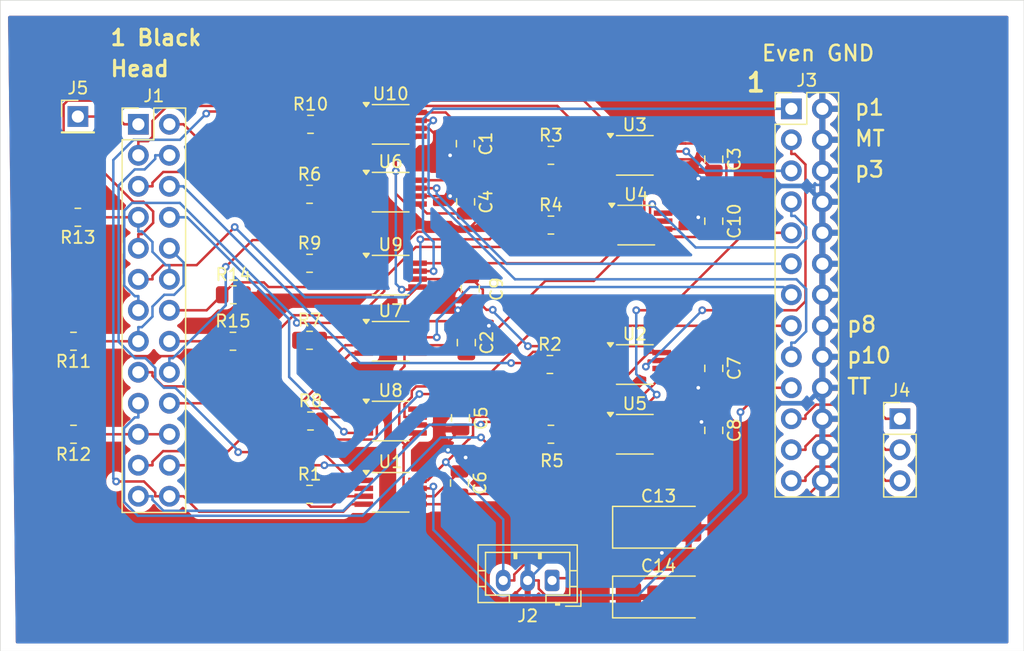
<source format=kicad_pcb>
(kicad_pcb (version 20221018) (generator pcbnew)

  (general
    (thickness 1.6)
  )

  (paper "A4")
  (layers
    (0 "F.Cu" signal)
    (31 "B.Cu" signal)
    (32 "B.Adhes" user "B.Adhesive")
    (33 "F.Adhes" user "F.Adhesive")
    (34 "B.Paste" user)
    (35 "F.Paste" user)
    (36 "B.SilkS" user "B.Silkscreen")
    (37 "F.SilkS" user "F.Silkscreen")
    (38 "B.Mask" user)
    (39 "F.Mask" user)
    (40 "Dwgs.User" user "User.Drawings")
    (41 "Cmts.User" user "User.Comments")
    (42 "Eco1.User" user "User.Eco1")
    (43 "Eco2.User" user "User.Eco2")
    (44 "Edge.Cuts" user)
    (45 "Margin" user)
    (46 "B.CrtYd" user "B.Courtyard")
    (47 "F.CrtYd" user "F.Courtyard")
    (48 "B.Fab" user)
    (49 "F.Fab" user)
    (50 "User.1" user)
    (51 "User.2" user)
    (52 "User.3" user)
    (53 "User.4" user)
    (54 "User.5" user)
    (55 "User.6" user)
    (56 "User.7" user)
    (57 "User.8" user)
    (58 "User.9" user)
  )

  (setup
    (stackup
      (layer "F.SilkS" (type "Top Silk Screen"))
      (layer "F.Paste" (type "Top Solder Paste"))
      (layer "F.Mask" (type "Top Solder Mask") (thickness 0.01))
      (layer "F.Cu" (type "copper") (thickness 0.035))
      (layer "dielectric 1" (type "core") (thickness 1.51) (material "FR4") (epsilon_r 4.5) (loss_tangent 0.02))
      (layer "B.Cu" (type "copper") (thickness 0.035))
      (layer "B.Mask" (type "Bottom Solder Mask") (thickness 0.01))
      (layer "B.Paste" (type "Bottom Solder Paste"))
      (layer "B.SilkS" (type "Bottom Silk Screen"))
      (copper_finish "None")
      (dielectric_constraints no)
    )
    (pad_to_mask_clearance 0)
    (pcbplotparams
      (layerselection 0x00010fc_ffffffff)
      (plot_on_all_layers_selection 0x0000000_00000000)
      (disableapertmacros false)
      (usegerberextensions false)
      (usegerberattributes true)
      (usegerberadvancedattributes true)
      (creategerberjobfile true)
      (dashed_line_dash_ratio 12.000000)
      (dashed_line_gap_ratio 3.000000)
      (svgprecision 4)
      (plotframeref false)
      (viasonmask false)
      (mode 1)
      (useauxorigin false)
      (hpglpennumber 1)
      (hpglpenspeed 20)
      (hpglpendiameter 15.000000)
      (dxfpolygonmode true)
      (dxfimperialunits true)
      (dxfusepcbnewfont true)
      (psnegative false)
      (psa4output false)
      (plotreference true)
      (plotvalue true)
      (plotinvisibletext false)
      (sketchpadsonfab false)
      (subtractmaskfromsilk false)
      (outputformat 1)
      (mirror false)
      (drillshape 1)
      (scaleselection 1)
      (outputdirectory "")
    )
  )

  (net 0 "")
  (net 1 "+12V")
  (net 2 "GND")
  (net 3 "-12V")
  (net 4 "/h1")
  (net 5 "/h2")
  (net 6 "/h3")
  (net 7 "/h4")
  (net 8 "/h5")
  (net 9 "/h6")
  (net 10 "Net-(J1-Pin_12)")
  (net 11 "/h8")
  (net 12 "/h9")
  (net 13 "Net-(J1-Pin_10)")
  (net 14 "/h11")
  (net 15 "/h13")
  (net 16 "/h14")
  (net 17 "/h16")
  (net 18 "/h17")
  (net 19 "/h18")
  (net 20 "/h19")
  (net 21 "/h20")
  (net 22 "Net-(J1-Pin_21)")
  (net 23 "/h23")
  (net 24 "/h24")
  (net 25 "/h25")
  (net 26 "/h26")
  (net 27 "/o_1")
  (net 28 "/o_MT")
  (net 29 "/o_3")
  (net 30 "/o_4")
  (net 31 "/o_5")
  (net 32 "/o_6")
  (net 33 "/o_7")
  (net 34 "/o_8")
  (net 35 "/o_10")
  (net 36 "Net-(J3-Pin_21)")
  (net 37 "Net-(J3-Pin_23)")
  (net 38 "Net-(J3-Pin_25)")
  (net 39 "Net-(R1-Pad1)")
  (net 40 "Net-(R1-Pad2)")
  (net 41 "Net-(R2-Pad1)")
  (net 42 "Net-(R2-Pad2)")
  (net 43 "Net-(R3-Pad1)")
  (net 44 "Net-(R3-Pad2)")
  (net 45 "Net-(R4-Pad1)")
  (net 46 "Net-(R4-Pad2)")
  (net 47 "Net-(R5-Pad1)")
  (net 48 "Net-(R5-Pad2)")
  (net 49 "Net-(R6-Pad1)")
  (net 50 "Net-(R6-Pad2)")
  (net 51 "Net-(R7-Pad1)")
  (net 52 "Net-(R7-Pad2)")
  (net 53 "Net-(R8-Pad1)")
  (net 54 "Net-(R8-Pad2)")
  (net 55 "Net-(R9-Pad1)")
  (net 56 "Net-(R9-Pad2)")
  (net 57 "Net-(R10-Pad1)")
  (net 58 "Net-(R10-Pad2)")
  (net 59 "/o_TT")

  (footprint "Capacitor_SMD:C_0805_2012Metric" (layer "F.Cu") (at 121.92 76.52 -90))

  (footprint "Resistor_SMD:R_0805_2012Metric" (layer "F.Cu") (at 88.9 97.975))

  (footprint "Capacitor_Tantalum_SMD:CP_EIA-6032-28_Kemet-C" (layer "F.Cu") (at 117.3975 112.395))

  (footprint "Library:VSSOP-8_3.0x3.0mm_P0.65mm-0.08space" (layer "F.Cu") (at 115.57 81.92))

  (footprint "Connector_PinHeader_2.54mm:PinHeader_1x01_P2.54mm_Vertical" (layer "F.Cu") (at 69.85 73.025))

  (footprint "Capacitor_Tantalum_SMD:CP_EIA-6032-28_Kemet-C" (layer "F.Cu") (at 117.3975 106.68))

  (footprint "Connector_PinHeader_2.54mm:PinHeader_1x03_P2.54mm_Vertical" (layer "F.Cu") (at 137.16 97.79))

  (footprint "Connector_PinHeader_2.54mm:PinHeader_2x13_P2.54mm_Vertical" (layer "F.Cu") (at 128.27 72.39))

  (footprint "Library:VSSOP-8_3.0x3.0mm_P0.65mm-0.08space" (layer "F.Cu") (at 95.4625 97.975))

  (footprint "Library:VSSOP-8_3.0x3.0mm_P0.65mm-0.08space" (layer "F.Cu") (at 115.455 99.06))

  (footprint "Connector_PinHeader_2.54mm:PinHeader_2x13_P2.54mm_Vertical" (layer "F.Cu") (at 74.803 73.66))

  (footprint "Resistor_SMD:R_0805_2012Metric" (layer "F.Cu") (at 88.8225 91.36))

  (footprint "Library:VSSOP-8_3.0x3.0mm_P0.65mm-0.08space" (layer "F.Cu") (at 95.4625 79.22))

  (footprint "Library:VSSOP-8_3.0x3.0mm_P0.65mm-0.08space" (layer "F.Cu") (at 95.4625 91.44))

  (footprint "Capacitor_SMD:C_0805_2012Metric" (layer "F.Cu") (at 101.58 75.25 -90))

  (footprint "Capacitor_SMD:C_0805_2012Metric" (layer "F.Cu") (at 101.18 97.715 -90))

  (footprint "Resistor_SMD:R_0805_2012Metric" (layer "F.Cu") (at 69.4925 99.06 180))

  (footprint "Resistor_SMD:R_0805_2012Metric" (layer "F.Cu") (at 108.5025 93.345))

  (footprint "Capacitor_SMD:C_0805_2012Metric" (layer "F.Cu") (at 121.92 93.66 -90))

  (footprint "Resistor_SMD:R_0805_2012Metric" (layer "F.Cu") (at 88.8225 85.05))

  (footprint "Connector_JST:JST_PH_B3B-PH-K_1x03_P2.00mm_Vertical" (layer "F.Cu") (at 108.68 111.04 180))

  (footprint "Resistor_SMD:R_0805_2012Metric" (layer "F.Cu") (at 108.585 76.205))

  (footprint "Resistor_SMD:R_0805_2012Metric" (layer "F.Cu") (at 88.8225 103.985))

  (footprint "Resistor_SMD:R_0805_2012Metric" (layer "F.Cu") (at 82.5775 87.63))

  (footprint "Resistor_SMD:R_0805_2012Metric" (layer "F.Cu") (at 69.4925 91.44 180))

  (footprint "Library:VSSOP-8_3.0x3.0mm_P0.65mm-0.08space" (layer "F.Cu") (at 95.4625 86.02))

  (footprint "Resistor_SMD:R_0805_2012Metric" (layer "F.Cu") (at 88.8225 79.4))

  (footprint "Library:VSSOP-8_3.0x3.0mm_P0.65mm-0.08space" (layer "F.Cu") (at 115.455 76.205))

  (footprint "Capacitor_SMD:C_0805_2012Metric" (layer "F.Cu") (at 121.92 81.6 -90))

  (footprint "Capacitor_SMD:C_0805_2012Metric" (layer "F.Cu") (at 121.92 98.74 -90))

  (footprint "Library:VSSOP-8_3.0x3.0mm_P0.65mm-0.08space" (layer "F.Cu") (at 95.4625 103.815))

  (footprint "Library:VSSOP-8_3.0x3.0mm_P0.65mm-0.08space" (layer "F.Cu") (at 115.455 93.345))

  (footprint "Resistor_SMD:R_0805_2012Metric" (layer "F.Cu") (at 108.585 99.06))

  (footprint "Capacitor_SMD:C_0805_2012Metric" (layer "F.Cu") (at 101.98 87.13 -90))

  (footprint "Library:VSSOP-8_3.0x3.0mm_P0.65mm-0.08space" (layer "F.Cu") (at 95.4625 73.665))

  (footprint "Resistor_SMD:R_0805_2012Metric" (layer "F.Cu") (at 82.55 91.44))

  (footprint "Resistor_SMD:R_0805_2012Metric" (layer "F.Cu") (at 69.85 81.28 180))

  (footprint "Capacitor_SMD:C_0805_2012Metric" (layer "F.Cu") (at 101.6 80.015 -90))

  (footprint "Resistor_SMD:R_0805_2012Metric" (layer "F.Cu") (at 88.9 73.665))

  (footprint "Capacitor_SMD:C_0805_2012Metric" (layer "F.Cu") (at 101.66 91.55 -90))

  (footprint "Capacitor_SMD:C_0805_2012Metric" (layer "F.Cu") (at 101.1 103.055 -90))

  (footprint "Resistor_SMD:R_0805_2012Metric" (layer "F.Cu") (at 108.585 81.92))

  (gr_line (start 63.5 116.84) (end 63.5 63.5)
    (stroke (width 0.05) (type default)) (layer "Edge.Cuts") (tstamp 328742af-4849-45d5-8987-b9342c77beab))
  (gr_line (start 147.32 116.84) (end 63.5 116.84)
    (stroke (width 0.05) (type default)) (layer "Edge.Cuts") (tstamp 85608308-14c5-4fb6-b46c-b7693753a77f))
  (gr_line (start 147.32 63.5) (end 147.32 116.84)
    (stroke (width 0.05) (type default)) (layer "Edge.Cuts") (tstamp a1e05715-e509-44c5-8baf-ae4684850441))
  (gr_line (start 63.5 63.5) (end 147.32 63.5)
    (stroke (width 0.05) (type default)) (layer "Edge.Cuts") (tstamp e6bde189-88dc-40d1-b73e-4361be871984))
  (gr_text "p8" (at 132.715 90.805) (layer "F.SilkS") (tstamp 004d8879-e0e7-46eb-80c9-9903fa9f860c)
    (effects (font (size 1.27 1.27) (thickness 0.2032)) (justify left bottom))
  )
  (gr_text "MT" (at 133.35 75.565) (layer "F.SilkS") (tstamp 0a7ffa99-b204-4150-b6a2-630c2d20337c)
    (effects (font (size 1.27 1.27) (thickness 0.2032)) (justify left bottom))
  )
  (gr_text "p3" (at 133.35 78.105) (layer "F.SilkS") (tstamp 370612c0-1f79-4bfd-995d-bcaca20824cc)
    (effects (font (size 1.27 1.27) (thickness 0.2032)) (justify left bottom))
  )
  (gr_text "p1" (at 133.35 73.025) (layer "F.SilkS") (tstamp 480be82f-cae9-4167-82f5-0dd726cea124)
    (effects (font (size 1.27 1.27) (thickness 0.2032)) (justify left bottom))
  )
  (gr_text "1" (at 124.46 71.12) (layer "F.SilkS") (tstamp 4a8342da-f893-4eb4-ac76-c5c0be1f97cc)
    (effects (font (size 1.5 1.5) (thickness 0.3) bold) (justify left bottom))
  )
  (gr_text "p10" (at 132.715 93.345) (layer "F.SilkS") (tstamp 6298b4b7-a2c6-408c-b234-f6879521ec10)
    (effects (font (size 1.27 1.27) (thickness 0.2032)) (justify left bottom))
  )
  (gr_text "1 Black" (at 72.39 67.31) (layer "F.SilkS") (tstamp 6ac75fc2-b5c9-433a-9810-f75f51f1075e)
    (effects (font (size 1.27 1.27) (thickness 0.254) bold) (justify left bottom))
  )
  (gr_text "TT" (at 132.715 95.885) (layer "F.SilkS") (tstamp 6ba1fc2b-8588-411d-a4ca-b064deebcc2b)
    (effects (font (size 1.27 1.27) (thickness 0.2032)) (justify left bottom))
  )
  (gr_text "Head" (at 72.39 69.85) (layer "F.SilkS") (tstamp b6346e93-2766-4b6c-93c3-96838b999c58)
    (effects (font (size 1.27 1.27) (thickness 0.254) bold) (justify left bottom))
  )
  (gr_text "Even GND" (at 125.73 68.58) (layer "F.SilkS") (tstamp ed424e45-4b66-4296-9f40-6596ae55f801)
    (effects (font (size 1.27 1.27) (thickness 0.2032)) (justify left bottom))
  )

  (segment (start 119.6175 75.23) (end 117.655 75.23) (width 0.2032) (layer "F.Cu") (net 1) (tstamp 02e0479f-cccc-49bd-9156-7bb5f73b90d1))
  (segment (start 109.4508 106.68) (end 114.935 106.68) (width 0.2032) (layer "F.Cu") (net 1) (tstamp 07bd859a-020b-4ce2-88a2-4dbfa87cbe77))
  (segment (start 100.7658 100.596517) (end 100.018317 101.344) (width 0.2032) (layer "F.Cu") (net 1) (tstamp 131672b7-fe36-46eb-890c-4b2050b87cb5))
  (segment (start 111.4609 97.6256) (end 102.3792 97.6256) (width 0.2032) (layer "F.Cu") (net 1) (tstamp 1963b16a-0a7f-4dae-af6e-bc3e218cbffc))
  (segment (start 105.5867 110.5441) (end 109.4508 106.68) (width 0.2032) (layer "F.Cu") (net 1) (tstamp 1cceebc6-b386-4e98-89c0-60e8c71f9587))
  (segment (start 102.87 77.0062) (end 102.87 75.59) (width 0.2032) (layer "F.Cu") (net 1) (tstamp 203272f7-325e-4be5-bf88-8ecd2568e42c))
  (segment (start 98.3323 89.7952) (end 101.781 89.7952) (width 0.2032) (layer "F.Cu") (net 1) (tstamp 2127aa1d-47d5-40b9-9495-e9950ee0fbe7))
  (segment (start 101.98 86.18) (end 100.845 85.045) (width 0.2032) (layer "F.Cu") (net 1) (tstamp 2168fc37-798c-45e3-8083-aeea3f8d8a73))
  (segment (start 116.6352 75.228) (end 114.4696 77.3936) (width 0.2032) (layer "F.Cu") (net 1) (tstamp 294de52b-6559-46d0-b2f2-83f2411cc090))
  (segment (start 117.1207 92.37) (end 116.5918 91.8411) (width 0.2032) (layer "F.Cu") (net 1) (tstamp 2b70eaad-0a34-46c0-b58f-e164b0fff034))
  (segment (start 99.97 72.69) (end 97.6625 72.69) (width 0.2032) (layer "F.Cu") (net 1) (tstamp 2e27452c-f673-4189-a7f9-22bc7a7674a2))
  (segment (start 97.6625 90.465) (end 98.3323 89.7952) (width 0.2032) (layer "F.Cu") (net 1) (tstamp 33d31c5a-44e7-48fb-bf13-7a74a669863e))
  (segment (start 115.5708 93.3855) (end 115.5708 93.5157) (width 0.2032) (layer "F.Cu") (net 1) (tstamp 363e27b2-3f01-4535-aefd-c63f0b1b39cd))
  (segment (start 115.5708 93.5157) (end 111.4609 97.6256) (width 0.2032) (layer "F.Cu") (net 1) (tstamp 3b234a26-a712-4184-a4bd-94977de179aa))
  (segment (start 112.6381 85.045) (end 100.845 85.045) (width 0.2032) (layer "F.Cu") (net 1) (tstamp 3bb6d0f9-16dd-4105-ab17-024a825d6bff))
  (segment (start 122.95 93.7398) (end 122.95 95.0967) (width 0.2032) (layer "F.Cu") (net 1) (tstamp 3eb210c2-267f-4885-bc24-34c564124109))
  (segment (start 101.781 89.7952) (end 103.01 88.5667) (width 0.2032) (layer "F.Cu") (net 1) (tstamp 416b53aa-efc4-4c23-a51b-d1f40bbe7e52))
  (segment (start 103.1244 76.7518) (end 102.87 77.0062) (width 0.2032) (layer "F.Cu") (net 1) (tstamp 46a90308-9792-4c78-b2b8-72dfbb2906b4))
  (segment (start 117.1207 92.37) (end 116.5863 92.37) (width 0.2032) (layer "F.Cu") (net 1) (tstamp 497a1a29-737a-4f49-97c4-5da985b6c0e4))
  (segment (start 103.8226 88.8618) (end 103.3051 88.8618) (width 0.2032) (layer "F.Cu") (net 1) (tstamp 4b9926d5-4459-4082-a90b-649b2dfec032))
  (segment (start 101.8542 99.4698) (end 100.7658 100.5582) (width 0.2032) (layer "F.Cu") (net 1) (tstamp 4d718138-f68a-4cd5-a344-02cc1d160b18))
  (segment (start 114.4696 83.2135) (end 112.6381 85.045) (width 0.2032) (layer "F.Cu") (net 1) (tstamp 4e0eee8f-82ae-4625-a79f-a3621e4c2ccb))
  (segment (start 102.87 77.6715) (end 102.87 77.0062) (width 0.2032) (layer "F.Cu") (net 1) (tstamp 546e2804-7322-4db8-830c-5c9afa66695d))
  (segment (start 122.95 76.5998) (end 122.95 77.9567) (width 0.2032) (layer "F.Cu") (net 1) (tstamp 55f42d89-9cb6-42e4-a39a-333f95ab49d6))
  (segment (start 102.3792 97.6256) (end 102.21 97.7948) (width 0.2032) (layer "F.Cu") (net 1) (tstamp 58e9df23-a99c-48d2-8363-de57289ffa72))
  (segment (start 122.95 77.9567) (end 119.962 80.945) (width 0.2032) (layer "F.Cu") (net 1) (tstamp 5dd2a5fe-3416-4842-a17b-c2bace75a5da))
  (segment (start 102.87 75.59) (end 101.58 74.3) (width 0.2032) (layer "F.Cu") (net 1) (tstamp 601190ff-15ba-463d-912d-2499af7a0b82))
  (segment (start 116.5863 92.37) (end 115.5708 93.3855) (width 0.2032) (layer "F.Cu") (net 1) (tstamp 63f7c4c9-b739-48ae-ba8b-40a38adbe699))
  (segment (start 106.7182 76.7518) (end 103.1244 76.7518) (width 0.2032) (layer "F.Cu") (net 1) (tstamp 66344eaf-0673-49d5-b9c5-e9ace86cae53))
  (segment (start 102.21 97.7948) (end 102.21 99.151534) (width 0.2032) (layer "F.Cu") (net 1) (tstamp 6acabf7d-dd50-4660-9172-3c8ec424f8aa))
  (segment (start 116.5918 91.8411) (end 106.7027 91.8411) (width 0.2032) (layer "F.Cu") (net 1) (tstamp 6e326d17-0a97-4a61-8990-9e5a74e9a080))
  (segment (start 119.6155 75.228) (end 116.6352 75.228) (width 0.2032) (layer "F.Cu") (net 1) (tstamp 74888c2c-bd37-49c8-a19d-75220321bd01))
  (segment (start 100.845 85.045) (end 97.6625 85.045) (width 0.2032) (layer "F.Cu") (net 1) (tstamp 8201e46e-9c87-4f4c-9a78-33ba177be8c7))
  (segment (start 103.01 88.5667) (end 103.01 87.2098) (width 0.2032) (layer "F.Cu") (net 1) (tstamp 84d92a1b-1f42-4244-b4a1-f10463798999))
  (segment (start 119.962 98.085) (end 117.655 98.085) (width 0.2032) (layer "F.Cu") (net 1) (tstamp 880957fe-52f2-4605-821f-9da74edc54ff))
  (segment (start 117.655 92.37) (end 117.1207 92.37) (width 0.2032) (layer "F.Cu") (net 1) (tstamp 89cfe288-6bd2-4b5d-ba1a-da8bdb5cb0df))
  (segment (start 119.962 80.945) (end 117.77 80.945) (width 0.2032) (layer "F.Cu") (net 1) (tstamp 8a00da15-3386-4eb6-ae3b-4dc166720ed6))
  (segment (start 121.92 92.71) (end 121.58 92.37) (width 0.2032) (layer "F.Cu") (net 1) (tstamp 94648d8f-2e9c-4b36-a4d4-bc64009f4e75))
  (segment (start 101.18 96.765) (end 102.21 97.7948) (width 0.2032) (layer "F.Cu") (net 1) (tstamp 9ae75565-0253-4e5c-a9e5-bd206dc5a279))
  (segment (start 100.7658 100.5582) (end 100.7658 100.596517) (width 0.2032) (layer "F.Cu") (net 1) (tstamp a71890b2-c09c-41d4-acfb-95272db19767))
  (segment (start 122.95 95.0967) (end 119.962 98.085) (width 0.2032) (layer "F.Cu") (net 1) (tstamp a91a6e78-9af5-4dce-8c18-bb20c5e55083))
  (segment (start 114.4696 77.7268) (end 107.6932 77.7268) (width 0.2032) (layer "F.Cu") (net 1) (tstamp ad793b6a-c918-400d-b11f-4eca7a061938))
  (segment (start 121.58 92.37) (end 117.655 92.37) (width 0.2032) (layer "F.Cu") (net 1) (tstamp b14b8c7b-957e-48b0-a055-ba56b2b12a2e))
  (segment (start 119.6175 75.23) (end 119.6155 75.228) (width 0.2032) (layer "F.Cu") (net 1) (tstamp b306b812-9bd1-4df3-8f26-61982f0ba7df))
  (segment (start 114.4696 77.3936) (end 114.4696 77.7268) (width 0.2032) (layer "F.Cu") (net 1) (tstamp b36906de-856d-4809-baba-f1c59e983ad4))
  (segment (start 101.891734 99.4698) (end 101.8542 99.4698) (width 0.2032) (layer "F.Cu") (net 1) (tstamp b642933a-7df4-4d22-af03-53170c36d883))
  (segment (start 103.3051 88.8618) (end 103.01 88.5667) (width 0.2032) (layer "F.Cu") (net 1) (tstamp c1bbbb61-bf1b-44a3-87fc-f39677eebede))
  (segment (start 101.58 74.3) (end 99.97 72.69) (width 0.2032) (layer "F.Cu") (net 1) (tstamp c9725fb2-4796-4f32-9d26-16d64f8580e2))
  (segment (start 99.9802 101.344) (end 98.4849 102.84) (width 0.2032) (layer "F.Cu") (net 1) (tstamp ccbaefe8-c924-4319-a0ef-5d8080c35f22))
  (segment (start 104.68 111.04) (end 105.5867 111.04) (width 0.2032) (layer "F.Cu") (net 1) (tstamp d2806025-961c-4838-bdc7-878093d8ec67))
  (segment (start 107.6932 77.7268) (end 106.7182 76.7518) (width 0.2032) (layer "F.Cu") (net 1) (tstamp d5504517-c68c-441e-9365-8a1835f1c4ae))
  (segment (start 97.8975 96.765) (end 97.6625 97) (width 0.2032) (layer "F.Cu") (net 1) (tstamp d5df67f8-f41f-4a01-bd87-dc10949b5156))
  (segment (start 121.92 92.71) (end 122.95 93.7398) (width 0.2032) (layer "F.Cu") (net 1) (tstamp d7c7e587-3778-4ded-89f6-b235dcaac0f6))
  (segment (start 103.01 87.2098) (end 101.98 86.18) (width 0.2032) (layer "F.Cu") (net 1) (tstamp d82615ed-7c2b-4c82-846d-d7b212334137))
  (segment (start 98.4849 102.84) (end 97.6625 102.84) (width 0.2032) (layer "F.Cu") (net 1) (tstamp d9cfb729-9f66-4894-aa0e-6cac11421522))
  (segment (start 102.21 99.151534) (end 101.891734 99.4698) (width 0.2032) (layer "F.Cu") (net 1) (tstamp e50578f0-bd43-4057-9a8e-fab60c9fc03f))
  (segment (start 121.58 75.23) (end 119.6175 75.23) (width 0.2032) (layer "F.Cu") (net 1) (tstamp f38ff7fd-bd26-4a00-97d0-879eb05d7de6))
  (segment (start 114.4696 77.7268) (end 114.4696 83.2135) (width 0.2032) (layer "F.Cu") (net 1) (tstamp f53e79fb-09ff-417b-8e7b-20b7e99d84ae))
  (segment (start 105.5867 111.04) (end 105.5867 110.5441) (width 0.2032) (layer "F.Cu") (net 1) (tstamp f5febd5b-f477-4446-8bf3-fe63d8bb3d38))
  (segment (start 121.92 75.57) (end 121.58 75.23) (width 0.2032) (layer "F.Cu") (net 1) (tstamp f6f5044c-c71f-4e49-b968-2c88037726cf))
  (segment (start 102.297 78.245) (end 102.87 77.6715) (width 0.2032) (layer "F.Cu") (net 1) (tstamp f78514bb-6bff-4d10-a87a-0e6e75c9e5a7))
  (segment (start 97.6625 78.245) (end 102.297 78.245) (width 0.2032) (layer "F.Cu") (net 1) (tstamp f8cdd87e-00b9-46e1-b5de-acb76cb02198))
  (segment (start 101.18 96.765) (end 97.8975 96.765) (width 0.2032) (layer "F.Cu") (net 1) (tstamp f92d1d39-142c-4220-ad84-f894a73ffdf4))
  (segment (start 121.92 75.57) (end 122.95 76.5998) (width 0.2032) (layer "F.Cu") (net 1) (tstamp fa902441-ba60-425c-8191-ff53c24abdc3))
  (segment (start 100.018317 101.344) (end 99.9802 101.344) (width 0.2032) (layer "F.Cu") (net 1) (tstamp fefa012b-7327-4304-a90e-b4a55ee49b67))
  (via (at 99.9802 101.344) (size 0.635) (drill 0.3048) (layers "F.Cu" "B.Cu") (net 1) (tstamp 6593aa48-1567-49c6-9bf9-e4e8cccfc0dc))
  (via (at 106.7027 91.8411) (size 0.635) (drill 0.3048) (layers "F.Cu" "B.Cu") (net 1) (tstamp e325fe3a-c554-44a6-a54b-ad198d9211e5))
  (via (at 103.8226 88.8618) (size 0.635) (drill 0.3048) (layers "F.Cu" "B.Cu") (net 1) (tstamp fa4d9ca6-b57b-45ba-9be3-5b3455b89aab))
  (segment (start 103.8226 88.961) (end 106.7027 91.8411) (width 0.2032) (layer "B.Cu") (net 1) (tstamp 8b501716-c6d1-4293-960c-f1b5da8bd106))
  (segment (start 103.8226 88.8618) (end 103.8226 88.961) (width 0.2032) (layer "B.Cu") (net 1) (tstamp 9d7959d3-d1b0-413e-8d71-4348b8472b34))
  (segment (start 99.9802 101.344) (end 104.68 106.0438) (width 0.2032) (layer "B.Cu") (net 1) (tstamp b7fadbc0-fd90-47ef-b0cd-dbefdb44bb47))
  (segment (start 104.68 106.0438) (end 104.68 111.04) (width 0.2032) (layer "B.Cu") (net 1) (tstamp b9c0014f-c334-4657-b0fa-4e33f7449a86))
  (segment (start 98.5907 73.99) (end 97.6625 73.99) (width 0.2032) (layer "F.Cu") (net 2) (tstamp 00a61bfc-6a75-433e-b8e7-2db697911569))
  (segment (start 106.68 111.125) (end 106.68 111.04) (width 0.2032) (layer "F.Cu") (net 2) (tstamp 066887d2-1067-49c3-b93a-9be5f8314e43))
  (segment (start 100.33 75.7293) (end 98.5907 73.99) (width 0.2032) (layer "F.Cu") (net 2) (tstamp 079eda17-ae87-4221-b715-f841260250f8))
  (segment (start 101.66 90.6) (end 103.075 90.6) (width 0.2032) (layer "F.Cu") (net 2) (tstamp 07ca2f04-924b-4a38-9a0d-c57e1b3da4ee))
  (segment (start 100.33 76.205) (end 101.575 76.205) (width 0.2032) (layer "F.Cu") (net 2) (tstamp 0d6d8e36-26c1-40e1-a365-7a28e95b4290))
  (segment (start 121.285 81.285) (end 120.325 82.245) (width 0.2032) (layer "F.Cu") (net 2) (tstamp 0f00fd0e-3f05-4916-b8c5-88c3b2b732b6))
  (segment (start 101.46 90.4) (end 101.66 90.6) (width 0.2032) (layer "F.Cu") (net 2) (tstamp 14117f89-d471-4f1a-bd20-86c445272bc1))
  (segment (start 107.5867 111.04) (end 107.5867 111.72) (width 0.2032) (layer "F.Cu") (net 2) (tstamp 153c4b43-7247-4b6a-a6d0-08e3e714489a))
  (segment (start 105.41 112.395) (end 106.68 111.125) (width 0.2032) (layer "F.Cu") (net 2) (tstamp 1662db80-ad28-432a-8eec-981a705b8cf5))
  (segment (start 121.92 97.79) (end 120.325 99.385) (width 0.2032) (layer "F.Cu") (net 2) (tstamp 1a1ab810-861c-4e0a-8b32-b49c3c556c3c))
  (segment (start 121.92 80.65) (end 121.285 81.285) (width 0.2032) (layer "F.Cu") (net 2) (tstamp 251cb01f-2223-4468-a3a9-6b0370a3458a))
  (segment (start 69.7973 92.6573) (end 68.58 91.44) (width 0.2032) (layer "F.Cu") (net 2) (tstamp 2753e570-0532-4a55-a949-e656b001921c))
  (segment (start 117.669967 108.779967) (end 117.760033 108.779967) (width 0.2032) (layer "F.Cu") (net 2) (tstamp 38b522fa-854c-45f8-8752-cab2a379f18f))
  (segment (start 108.2617 112.395) (end 114.935 112.395) (width 0.2032) (layer "F.Cu") (net 2) (tstamp 392011c9-1f80-463a-a3d3-48407265adaf))
  (segment (start 97.636 82.4615) (end 94.4704 85.6271) (width 0.2032) (layer "F.Cu") (net 2) (tstamp 3be17bf5-2e53-4183-ac3b-757ccddd95b1))
  (segment (start 121.29 94.61) (end 120.65 95.25) (width 0.2032) (layer "F.Cu") (net 2) (tstamp 4814a52b-f763-4551-903a-33e4ca872b6f))
  (segment (start 68.58 93.8746) (end 68.58 99.06) (width 0.2032) (layer "F.Cu") (net 2) (tstamp 48f5e8e3-2b8c-4684-aec5-17d1a742e6fe))
  (segment (start 120.98 93.67) (end 117.655 93.67) (width 0.2032) (layer "F.Cu") (net 2) (tstamp 4e1c385c-b5e4-4be8-b347-403bdc33fc2e))
  (segment (start 101.18 98.665) (end 100.161 99.6844) (width 0.2032) (layer "F.Cu") (net 2) (tstamp 50057189-cd00-4485-9a96-b5643a40fe78))
  (segment (start 127 106.68) (end 130.81 102.87) (width 0.2032) (layer "F.Cu") (net 2) (tstamp 6071d13d-7ab4-431e-867b-b34d27b29b96))
  (segment (start 83.49 91.4125) (end 83.4625 91.44) (width 0.2032) (layer "F.Cu") (net 2) (tstamp 61bd7e87-9cec-43e9-b07d-fd8ede535e24))
  (segment (start 102.6938 80.1588) (end 102.6938 81.385) (width 0.2032) (layer "F.Cu") (net 2) (tstamp 657bd6f4-693b-448e-8bed-f005e9373c60))
  (segment (start 101.6 79.065) (end 101.12 79.545) (width 0.2032) (layer "F.Cu") (net 2) (tstamp 67a1511f-5e6b-4fb1-8f22-7436875a259f))
  (segment (start 101.18 98.665) (end 100.815 98.3) (width 0.2032) (layer "F.Cu") (net 2) (tstamp 69770640-2966-4cb3-b946-dcd607dd3365))
  (segment (start 101.16 88.9) (end 101.98 88.08) (width 0.381) (layer "F.Cu") (net 2) (tstamp 69971a8f-462d-4b7f-aed6-3cddaeb4c400))
  (segment (start 121.92 94.61) (end 120.98 93.67) (width 0.2032) (layer "F.Cu") (net 2) (tstamp 7950bede-4e69-4408-954c-3ad88082b77c))
  (segment (start 100.33 76.205) (end 100.33 75.7293) (width 0.2032) (layer "F.Cu") (net 2) (tstamp 7b78bb20-f98a-40e5-ab68-67941aeed9c4))
  (segment (start 101.575 76.205) (end 101.58 76.2) (width 0.2032) (layer "F.Cu") (net 2) (tstamp 7cae307a-d044-46c1-8df3-a4a8cae20251))
  (segment (start 94.4704 85.6271) (end 94.4704 87.2258) (width 0.2032) (layer "F.Cu") (net 2) (tstamp 8145f5bd-63da-433e-a573-b88834fe01db))
  (segment (start 100.245 86.345) (end 97.6625 86.345) (width 0.2032) (layer "F.Cu") (net 2) (tstamp 839dd8f8-ec00-4f4e-895c-bd4eeb0ead95))
  (segment (start 121.92 97.79) (end 121.171 97.79) (width 0.2032) (layer "F.Cu") (net 2) (tstamp 83b3734e-397d-4c5c-9483-f7e7a9db9cf6))
  (segment (start 101.1 102.105) (end 99.065 104.14) (width 0.2032) (layer "F.Cu") (net 2) (tstamp 84f320a5-5a8f-434f-baca-3b5f99c8990f))
  (segment (start 117.760033 108.779967) (end 119.86 106.68) (width 0.2032) (layer "F.Cu") (net 2) (tstamp 85eb76c5-2be5-498b-ba44-4ee677fa9b50))
  (segment (start 97.6625 91.765) (end 100.495 91.765) (width 0.2032) (layer "F.Cu") (net 2) (tstamp 8882b890-f8f0-45f1-9b28-001c6e5dda2b))
  (segment (start 94.0662 87.63) (end 83.49 87.63) (width 0.2032) (layer "F.Cu") (net 2) (tstamp 9492913c-a31f-41fd-a919-ef474c67355d))
  (segment (start 121.285 81.285) (end 121.92 80.65) (width 0.2032) (layer "F.Cu") (net 2) (tstamp 957875d4-02cd-4281-8838-66a77a015629))
  (segment (start 101.12 79.545) (end 100.33 79.545) (width 0.2032) (layer "F.Cu") (net 2) (tstamp 97aecac9-8e9c-4a7c-b18e-76ad73cebce4))
  (segment (start 100.965 88.9) (end 101.16 88.9) (width 0.381) (layer "F.Cu") (net 2) (tstamp 996cb06a-adf6-4eb8-8d84-10cd1d320e12))
  (segment (start 101.6173 82.4615) (end 97.636 82.4615) (width 0.2032) (layer "F.Cu") (net 2) (tstamp 99eccc86-49e7-4cb3-80ee-3da25aaeb425))
  (segment (start 69.7973 92.6573) (end 82.2452 92.6573) (width 0.2032) (layer "F.Cu") (net 2) (tstamp 9a7027ee-9766-416c-a0df-893e989bc47e))
  (segment (start 101.98 88.08) (end 100.245 86.345) (width 0.2032) (layer "F.Cu") (net 2) (tstamp 9ed67f5d-ac6c-4d19-a148-a7e132b6141e))
  (segment (start 101.6 79.065) (end 102.6938 80.1588) (width 0.2032) (layer "F.Cu") (net 2) (tstamp 9f78ed2b-4907-432b-a5a5-72a34d8a375a))
  (segment (start 121.92 94.61) (end 121.29 94.61) (width 0.2032) (layer "F.Cu") (net 2) (tstamp a7e099db-7c9c-41b2-af11-19da95b28d98))
  (segment (start 103.075 90.6) (end 103.505 90.17) (width 0.2032) (layer "F.Cu") (net 2) (tstamp ab781fe5-022e-479e-b515-57e756ce4d57))
  (segment (start 102.6938 81.385) (end 101.6173 82.4615) (width 0.2032) (layer "F.Cu") (net 2) (tstamp b67166be-f5fc-4e64-bd8d-08a79502c336))
  (segment (start 100.161 99.6844) (end 100.161 100.346) (width 0.2032) (layer "F.Cu") (net 2) (tstamp baede3cd-d018-46ea-b4e7-4092f916a16d))
  (segment (start 120.65 78.11) (end 121.28 78.11) (width 0.2032) (layer "F.Cu") (net 2) (tstamp bca88086-6663-4bd1-85c4-2b383b7ecee7))
  (segment (start 107.5867 111.72) (end 108.2617 112.395) (width 0.2032) (layer "F.Cu") (net 2) (tstamp bfd84382-d945-4322-b7aa-b56c08e0e898))
  (segment (start 121.92 77.47) (end 120.98 76.53) (width 0.2032) (layer "F.Cu") (net 2) (tstamp c4595bc2-c933-4569-b3d0-d061f1394ce0))
  (segment (start 120.325 99.385) (end 117.655 99.385) (width 0.2032) (layer "F.Cu") (net 2) (tstamp c4a8f552-8c33-4e89-96e9-5796e4cdf8ff))
  (segment (start 106.68 111.04) (end 107.5867 111.04) (width 0.2032) (layer "F.Cu") (net 2) (tstamp c9cafffe-bfec-46aa-9e4c-41fdc3d1382b))
  (segment (start 100.495 91.765) (end 101.66 90.6) (width 0.2032) (layer "F.Cu") (net 2) (tstamp ca4819cd-2f85-4d31-b340-189ec73fe26f))
  (segment (start 100.815 98.3) (end 97.6625 98.3) (width 0.2032) (layer "F.Cu") (net 2) (tstamp ca49d2c6-6611-4af7-860a-d4809adfe15e))
  (segment (start 100.33 79.545) (end 97.6625 79.545) (width 0.2032) (layer "F.Cu") (net 2) (tstamp cb2b1c43-3de8-4869-8cef-1cfbe6f1bca7))
  (segment (start 82.2452 92.6573) (end 83.4625 91.44) (width 0.2032) (layer "F.Cu") (net 2) (tstamp ce771af3-31b6-4c84-8b27-5d04990bd5f5))
  (segment (start 119.86 106.68) (end 127 106.68) (width 0.2032) (layer "F.Cu") (net 2) (tstamp d2ae9cc5-480b-41a1-8f98-6b99bdeff61e))
  (segment (start 101.6 100.965) (end 101.6 101.605) (width 0.381) (layer "F.Cu") (net 2) (tstamp d4596506-d673-40f2-8ec2-f8ad990ff5fc))
  (segment (start 120.325 82.245) (end 117.77 82.245) (width 0.2032) (layer "F.Cu") (net 2) (tstamp dd38e67f-78ff-441e-9c5f-83214f0c0512))
  (segment (start 121.28 78.11) (end 121.92 77.47) (width 0.2032) (layer "F.Cu") (net 2) (tstamp dd425116-5fe7-462b-a1eb-6bb9fe7306f4))
  (segment (start 99.065 104.14) (end 97.6625 104.14) (width 0.2032) (layer "F.Cu") (net 2) (tstamp dfd8e8c0-1e96-439b-ad8e-fbdc1704b884))
  (segment (start 68.9375 81.28) (end 68.58 81.6375) (width 0.2032) (layer "F.Cu") (net 2) (tstamp e4a992be-4c54-4d62-99b6-ac2a4ec4748f))
  (segment (start 120.65 81.285) (end 121.285 81.285) (width 0.2032) (layer "F.Cu") (net 2) (tstamp e4e1e9da-ca5e-4fc0-9324-a0d47ee52737))
  (segment (start 69.7973 92.6573) (end 68.58 93.8746) (width 0.2032) (layer "F.Cu") (net 2) (tstamp e89b6691-f799-4b07-803b-8640684c857f))
  (segment (start 120.98 76.53) (end 117.655 76.53) (width 0.2032) (layer "F.Cu") (net 2) (tstamp eded67f4-26e1-4df0-86f3-f7509e51d8e8))
  (segment (start 68.58 81.6375) (end 68.58 91.44) (width 0.2032) (layer "F.Cu") (net 2) (tstamp f3545f22-32ee-4022-b369-643d1c914eab))
  (segment (start 83.49 87.63) (end 83.49 91.4125) (width 0.2032) (layer "F.Cu") (net 2) (tstamp f59958dd-9063-46a7-9c2e-f63e1d74d1f0))
  (segment (start 94.4704 87.2258) (end 94.0662 87.63) (width 0.2032) (layer "F.Cu") (net 2) (tstamp fb529f60-7fdc-4a0f-8232-85811ab4c676))
  (segment (start 121.171 97.79) (end 120.911 98.0506) (width 0.2032) (layer "F.Cu") (net 2) (tstamp fe547d73-4277-4c19-a3
... [318228 chars truncated]
</source>
